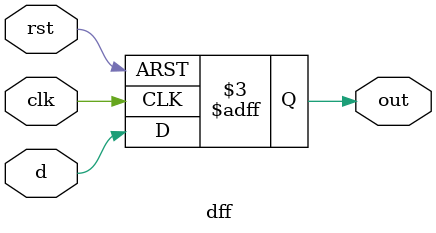
<source format=v>
module dff(clk, rst, d, out);
    input clk;
    input rst;
    input d;
    output reg out;

    always @ (posedge clk, negedge rst)begin
        if(!rst) out <= 1'b0;
        else out <= d;
    end
endmodule
</source>
